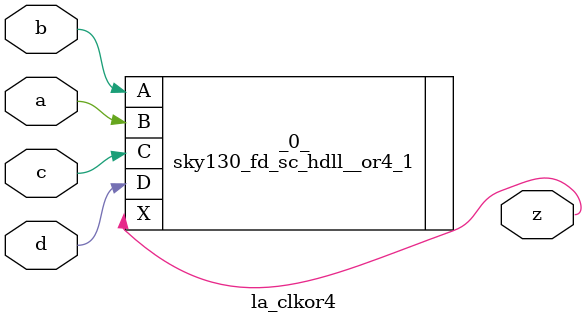
<source format=v>

/* Generated by Yosys 0.44 (git sha1 80ba43d26, g++ 11.4.0-1ubuntu1~22.04 -fPIC -O3) */

(* top =  1  *)
(* src = "generated" *)
(* keep_hierarchy *)
module la_clkor4 (
    a,
    b,
    c,
    d,
    z
);
  (* src = "generated" *)
  input a;
  wire a;
  (* src = "generated" *)
  input b;
  wire b;
  (* src = "generated" *)
  input c;
  wire c;
  (* src = "generated" *)
  input d;
  wire d;
  (* src = "generated" *)
  output z;
  wire z;
  sky130_fd_sc_hdll__or4_1 _0_ (
      .A(b),
      .B(a),
      .C(c),
      .D(d),
      .X(z)
  );
endmodule

</source>
